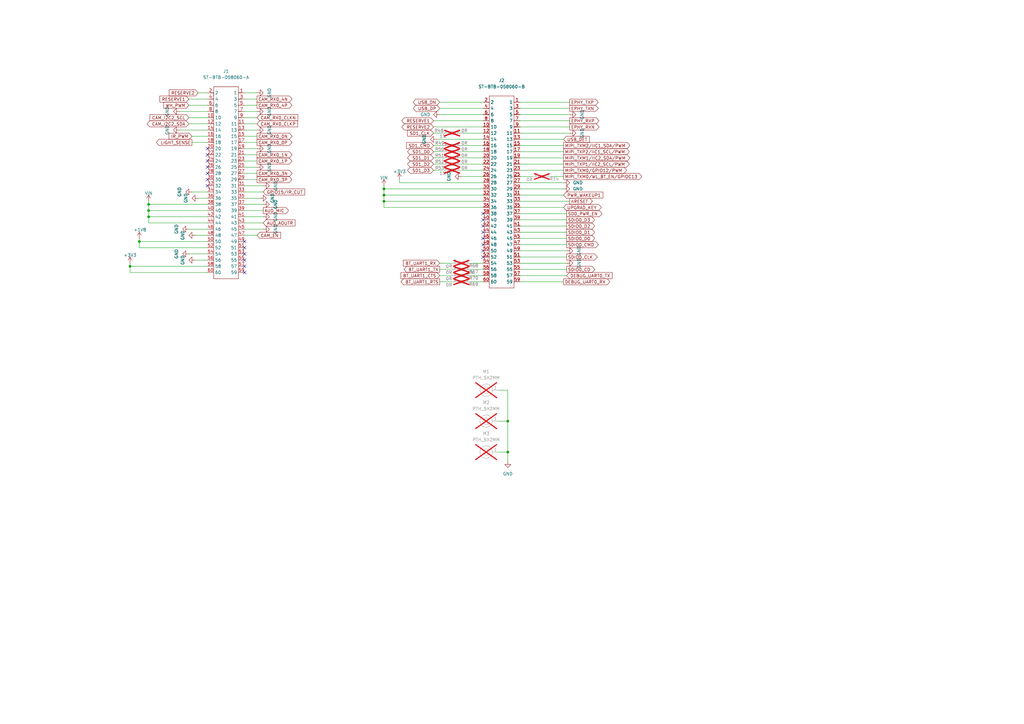
<source format=kicad_sch>
(kicad_sch (version 20231120) (generator "eeschema") (generator_version "8.0")
  (paper "A3")
  (title_block (title "ReCamera Core") (date "2024-04-25") (rev "V1.0") (company "Vincent"))
  (lib_symbols
    (symbol "P & G:+1V8" (power) (pin_names (offset 0))
      (property "Value" "+1V8" (at 0 3.556 0))
      (symbol "+1V8_0_1"
        (polyline (pts (xy -0.762 1.27) (xy 0 2.54)))
        (polyline (pts (xy 0 0) (xy 0 2.54)))
        (polyline (pts (xy 0 2.54) (xy 0.762 1.27)))
      )
      (symbol "+1V8_1_1"
        (pin power_in line (at 0 0 90) (length 0) hide (name "+1V8") (number "1"))
      )
    )
    (symbol "P & G:+3V3" (power) (pin_names (offset 0))
      (property "Value" "+3V3" (at 0 3.556 0))
      (symbol "+3V3_0_1"
        (polyline (pts (xy -0.762 1.27) (xy 0 2.54)))
        (polyline (pts (xy 0 0) (xy 0 2.54)))
        (polyline (pts (xy 0 2.54) (xy 0.762 1.27)))
      )
      (symbol "+3V3_1_1"
        (pin power_in line (at 0 0 90) (length 0) hide (name "+3V3") (number "1"))
      )
    )
    (symbol "P & G:+5V" (power) (pin_names (offset 0))
      (property "Value" "+5V" (at 0 3.556 0))
      (symbol "+5V_0_1"
        (polyline (pts (xy -0.762 1.27) (xy 0 2.54)))
        (polyline (pts (xy 0 0) (xy 0 2.54)))
        (polyline (pts (xy 0 2.54) (xy 0.762 1.27)))
      )
      (symbol "+5V_1_1"
        (pin power_in line (at 0 0 90) (length 0) hide (name "+5V") (number "1"))
      )
    )
    (symbol "P & G:GND" (power) (pin_names (offset 0))
      (property "Value" "GND" (at 0 -3.81 0))
      (symbol "GND_0_1"
        (polyline (pts (xy 0 0) (xy 0 -1.27) (xy 1.27 -1.27) (xy 0 -2.54) (xy -1.27 -1.27) (xy 0 -1.27)))
      )
      (symbol "GND_1_1"
        (pin power_in line (at 0 0 270) (length 0) hide (name "GND") (number "1"))
      )
    )
    (symbol "Seeed_libdb:Resistors/301010525" (pin_names (offset 1.016))
      (property "Reference" "R" (at -1.905 0.635 0))
      (property "Value" "0R" (at 0.635 0.635 0))
      (property "Power Rating" "1%" (at 0 0 0))
      (symbol "Resistors/301010525_0_0"
        (rectangle (start -1.27 -0.508) (end 1.27 0.508) (stroke (width 0.254)) (fill (type background)))
        (pin passive line (at -3.81 0 0) (length 2.54) (name "~") (number "1"))
        (pin passive line (at 3.81 0 180) (length 2.54) (name "~") (number "2"))
      )
    )
    (symbol "libdb:Connector/320210641"
      (property "Reference" "J" (at -4.826 42.164 0))
      (property "Value" "ST-BTB-058060-A" (at -2.794 40.386 0))
      (symbol "Connector/320210641_1_0"
        (polyline (pts (xy -5.08 -39.37) (xy -5.08 -2.54)) (stroke (width 0.1524)))
        (polyline (pts (xy -5.08 -2.54) (xy -5.08 1.27)) (stroke (width 0.1524)))
        (polyline (pts (xy -5.08 1.27) (xy -5.08 3.81)) (stroke (width 0.1524)))
        (polyline (pts (xy -5.08 3.81) (xy -5.08 6.35)) (stroke (width 0.1524)))
        (polyline (pts (xy -5.08 6.35) (xy -5.08 8.89)) (stroke (width 0.1524)))
        (polyline (pts (xy -5.08 8.89) (xy -6.35 8.89)) (stroke (width 0.1524)))
        (polyline (pts (xy -5.08 8.89) (xy -5.08 11.43)) (stroke (width 0.1524)))
        (polyline (pts (xy -5.08 11.43) (xy -6.35 11.43)) (stroke (width 0.1524)))
        (polyline (pts (xy -5.08 11.43) (xy -5.08 13.97)) (stroke (width 0.1524)))
        (polyline (pts (xy -5.08 13.97) (xy -5.08 16.51)) (stroke (width 0.1524)))
        (polyline (pts (xy -5.08 16.51) (xy -6.35 16.51)) (stroke (width 0.1524)))
        (polyline (pts (xy -5.08 16.51) (xy -5.08 19.05)) (stroke (width 0.1524)))
        (polyline (pts (xy -5.08 19.05) (xy -6.35 19.05)) (stroke (width 0.1524)))
        (polyline (pts (xy -5.08 19.05) (xy -5.08 21.59)) (stroke (width 0.1524)))
        (polyline (pts (xy -5.08 21.59) (xy -6.35 21.59)) (stroke (width 0.1524)))
        (polyline (pts (xy -5.08 21.59) (xy -5.08 24.13)) (stroke (width 0.1524)))
        (polyline (pts (xy -5.08 24.13) (xy -6.35 24.13)) (stroke (width 0.1524)))
        (polyline (pts (xy -5.08 24.13) (xy -5.08 26.67)) (stroke (width 0.1524)))
        (polyline (pts (xy -5.08 26.67) (xy -6.35 26.67)) (stroke (width 0.1524)))
        (polyline (pts (xy -5.08 26.67) (xy -5.08 29.21)) (stroke (width 0.1524)))
        (polyline (pts (xy -5.08 29.21) (xy -6.35 29.21)) (stroke (width 0.1524)))
        (polyline (pts (xy -5.08 29.21) (xy -5.08 31.75)) (stroke (width 0.1524)))
        (polyline (pts (xy -5.08 31.75) (xy -6.35 31.75)) (stroke (width 0.1524)))
        (polyline (pts (xy -5.08 31.75) (xy -5.08 34.29)) (stroke (width 0.1524)))
        (polyline (pts (xy -5.08 34.29) (xy -6.35 34.29)) (stroke (width 0.1524)))
        (polyline (pts (xy -5.08 34.29) (xy -5.08 36.83)) (stroke (width 0.1524)))
        (polyline (pts (xy -5.08 35.56) (xy -5.08 39.37)) (stroke (width 0.1524)))
        (polyline (pts (xy -5.08 36.83) (xy -6.35 36.83)) (stroke (width 0.1524)))
        (polyline (pts (xy -5.08 39.37) (xy 5.08 39.37)) (stroke (width 0.1524)))
        (polyline (pts (xy -5.08 40.64) (xy -5.08 40.64)) (stroke (width 0.1524)))
        (polyline (pts (xy 5.08 -39.37) (xy -5.08 -39.37)) (stroke (width 0.1524)))
        (polyline (pts (xy 5.08 -2.54) (xy 5.08 -39.37)) (stroke (width 0.1524)))
        (polyline (pts (xy 5.08 1.27) (xy 5.08 -2.54)) (stroke (width 0.1524)))
        (polyline (pts (xy 5.08 3.81) (xy 5.08 1.27)) (stroke (width 0.1524)))
        (polyline (pts (xy 5.08 6.35) (xy 5.08 3.81)) (stroke (width 0.1524)))
        (polyline (pts (xy 5.08 8.89) (xy 5.08 6.35)) (stroke (width 0.1524)))
        (polyline (pts (xy 5.08 11.43) (xy 5.08 8.89)) (stroke (width 0.1524)))
        (polyline (pts (xy 5.08 13.97) (xy 5.08 11.43)) (stroke (width 0.1524)))
        (polyline (pts (xy 5.08 16.51) (xy 5.08 13.97)) (stroke (width 0.1524)))
        (polyline (pts (xy 5.08 19.05) (xy 5.08 16.51)) (stroke (width 0.1524)))
        (polyline (pts (xy 5.08 21.59) (xy 5.08 19.05)) (stroke (width 0.1524)))
        (polyline (pts (xy 5.08 24.13) (xy 5.08 21.59)) (stroke (width 0.1524)))
        (polyline (pts (xy 5.08 26.67) (xy 5.08 24.13)) (stroke (width 0.1524)))
        (polyline (pts (xy 5.08 29.21) (xy 5.08 26.67)) (stroke (width 0.1524)))
        (polyline (pts (xy 5.08 31.75) (xy 5.08 29.21)) (stroke (width 0.1524)))
        (polyline (pts (xy 5.08 34.29) (xy 5.08 31.75)) (stroke (width 0.1524)))
        (polyline (pts (xy 5.08 36.83) (xy 5.08 34.29)) (stroke (width 0.1524)))
        (polyline (pts (xy 5.08 39.37) (xy 5.08 36.83)) (stroke (width 0.1524)))
        (polyline (pts (xy 5.08 40.64) (xy 5.08 40.64)) (stroke (width 0.1524)))
        (polyline (pts (xy 6.35 1.27) (xy 5.08 1.27)) (stroke (width 0.1524)))
        (polyline (pts (xy 6.35 3.81) (xy 5.08 3.81)) (stroke (width 0.1524)))
        (polyline (pts (xy 6.35 6.35) (xy 5.08 6.35)) (stroke (width 0.1524)))
        (polyline (pts (xy 6.35 8.89) (xy 5.08 8.89)) (stroke (width 0.1524)))
        (polyline (pts (xy 6.35 11.43) (xy 5.08 11.43)) (stroke (width 0.1524)))
        (polyline (pts (xy 6.35 13.97) (xy 5.08 13.97)) (stroke (width 0.1524)))
        (polyline (pts (xy 6.35 16.51) (xy 5.08 16.51)) (stroke (width 0.1524)))
        (polyline (pts (xy 6.35 19.05) (xy 5.08 19.05)) (stroke (width 0.1524)))
        (polyline (pts (xy 6.35 21.59) (xy 5.08 21.59)) (stroke (width 0.1524)))
        (polyline (pts (xy 6.35 24.13) (xy 5.08 24.13)) (stroke (width 0.1524)))
        (polyline (pts (xy 6.35 26.67) (xy 5.08 26.67)) (stroke (width 0.1524)))
        (polyline (pts (xy 6.35 29.21) (xy 5.08 29.21)) (stroke (width 0.1524)))
        (polyline (pts (xy 6.35 31.75) (xy 5.08 31.75)) (stroke (width 0.1524)))
        (polyline (pts (xy 6.35 34.29) (xy 5.08 34.29)) (stroke (width 0.1524)))
        (polyline (pts (xy 6.35 36.83) (xy 5.08 36.83)) (stroke (width 0.1524)))
        (pin passive line (at 7.62 -26.67 180) (length 2.54) (name "51") (number "51"))
        (pin passive line (at -7.62 -26.67 0) (length 2.54) (name "52") (number "52"))
        (pin passive line (at 7.62 -29.21 180) (length 2.54) (name "53") (number "53"))
        (pin passive line (at -7.62 -29.21 0) (length 2.54) (name "54") (number "54"))
        (pin passive line (at 7.62 -31.75 180) (length 2.54) (name "55") (number "55"))
        (pin passive line (at -7.62 -31.75 0) (length 2.54) (name "56") (number "56"))
        (pin passive line (at 7.62 -34.29 180) (length 2.54) (name "57") (number "57"))
        (pin passive line (at -7.62 -34.29 0) (length 2.54) (name "58") (number "58"))
        (pin passive line (at 7.62 -36.83 180) (length 2.54) (name "59") (number "59"))
        (pin passive line (at -7.62 -36.83 0) (length 2.54) (name "60") (number "60"))
      )
      (symbol "Connector/320210641_1_1"
        (pin passive line (at 7.62 36.83 180) (length 2.54) (name "1") (number "1"))
        (pin passive line (at -7.62 26.67 0) (length 2.54) (name "10") (number "10"))
        (pin passive line (at 7.62 24.13 180) (length 2.54) (name "11") (number "11"))
        (pin passive line (at -7.62 24.13 0) (length 2.54) (name "12") (number "12"))
        (pin passive line (at 7.62 21.59 180) (length 2.54) (name "13") (number "13"))
        (pin passive line (at -7.62 21.59 0) (length 2.54) (name "14") (number "14"))
        (pin passive line (at 7.62 19.05 180) (length 2.54) (name "15") (number "15"))
        (pin passive line (at -7.62 19.05 0) (length 2.54) (name "16") (number "16"))
        (pin passive line (at 7.62 16.51 180) (length 2.54) (name "17") (number "17"))
        (pin passive line (at -7.62 16.51 0) (length 2.54) (name "18") (number "18"))
        (pin passive line (at 7.62 13.97 180) (length 2.54) (name "19") (number "19"))
        (pin passive line (at -7.62 36.83 0) (length 2.54) (name "2") (number "2"))
        (pin passive line (at -7.62 13.97 0) (length 2.54) (name "20") (number "20"))
        (pin passive line (at 7.62 11.43 180) (length 2.54) (name "21") (number "21"))
        (pin passive line (at -7.62 11.43 0) (length 2.54) (name "22") (number "22"))
        (pin passive line (at 7.62 8.89 180) (length 2.54) (name "23") (number "23"))
        (pin passive line (at -7.62 8.89 0) (length 2.54) (name "24") (number "24"))
        (pin passive line (at 7.62 6.35 180) (length 2.54) (name "25") (number "25"))
        (pin passive line (at -7.62 6.35 0) (length 2.54) (name "26") (number "26"))
        (pin passive line (at 7.62 3.81 180) (length 2.54) (name "27") (number "27"))
        (pin passive line (at -7.62 3.81 0) (length 2.54) (name "28") (number "28"))
        (pin passive line (at 7.62 1.27 180) (length 2.54) (name "29") (number "29"))
        (pin passive line (at 7.62 34.29 180) (length 2.54) (name "3") (number "3"))
        (pin passive line (at -7.62 1.27 0) (length 2.54) (name "30") (number "30"))
        (pin passive line (at 7.62 -1.27 180) (length 2.54) (name "31") (number "31"))
        (pin passive line (at -7.62 -1.27 0) (length 2.54) (name "32") (number "32"))
        (pin passive line (at 7.62 -3.81 180) (length 2.54) (name "33") (number "33"))
        (pin passive line (at -7.62 -3.81 0) (length 2.54) (name "34") (number "34"))
        (pin passive line (at 7.62 -6.35 180) (length 2.54) (name "35") (number "35"))
        (pin passive line (at -7.62 -6.35 0) (length 2.54) (name "36") (number "36"))
        (pin passive line (at 7.62 -8.89 180) (length 2.54) (name "37") (number "37"))
        (pin passive line (at -7.62 -8.89 0) (length 2.54) (name "38") (number "38"))
        (pin passive line (at 7.62 -11.43 180) (length 2.54) (name "39") (number "39"))
        (pin passive line (at -7.62 34.29 0) (length 2.54) (name "4") (number "4"))
        (pin passive line (at -7.62 -11.43 0) (length 2.54) (name "40") (number "40"))
        (pin passive line (at 7.62 -13.97 180) (length 2.54) (name "41") (number "41"))
        (pin passive line (at -7.62 -13.97 0) (length 2.54) (name "42") (number "42"))
        (pin passive line (at 7.62 -16.51 180) (length 2.54) (name "43") (number "43"))
        (pin passive line (at -7.62 -16.51 0) (length 2.54) (name "44") (number "44"))
        (pin passive line (at 7.62 -19.05 180) (length 2.54) (name "45") (number "45"))
        (pin passive line (at -7.62 -19.05 0) (length 2.54) (name "46") (number "46"))
        (pin passive line (at 7.62 -21.59 180) (length 2.54) (name "47") (number "47"))
        (pin passive line (at -7.62 -21.59 0) (length 2.54) (name "48") (number "48"))
        (pin passive line (at 7.62 -24.13 180) (length 2.54) (name "49") (number "49"))
        (pin passive line (at 7.62 31.75 180) (length 2.54) (name "5") (number "5"))
        (pin passive line (at -7.62 -24.13 0) (length 2.54) (name "50") (number "50"))
        (pin passive line (at -7.62 31.75 0) (length 2.54) (name "6") (number "6"))
        (pin passive line (at 7.62 29.21 180) (length 2.54) (name "7") (number "7"))
        (pin passive line (at -7.62 29.21 0) (length 2.54) (name "8") (number "8"))
        (pin passive line (at 7.62 26.67 180) (length 2.54) (name "9") (number "9"))
      )
    )
    (symbol "libdb:Connector/320210642"
      (property "Reference" "J" (at -4.826 42.164 0))
      (property "Value" "ST-BTB-058060-B" (at -2.794 40.386 0))
      (symbol "Connector/320210642_1_0"
        (polyline (pts (xy -5.08 -39.37) (xy -5.08 -2.54)) (stroke (width 0.1524)))
        (polyline (pts (xy -5.08 -2.54) (xy -5.08 1.27)) (stroke (width 0.1524)))
        (polyline (pts (xy -5.08 1.27) (xy -5.08 3.81)) (stroke (width 0.1524)))
        (polyline (pts (xy -5.08 3.81) (xy -5.08 6.35)) (stroke (width 0.1524)))
        (polyline (pts (xy -5.08 6.35) (xy -5.08 8.89)) (stroke (width 0.1524)))
        (polyline (pts (xy -5.08 8.89) (xy -6.35 8.89)) (stroke (width 0.1524)))
        (polyline (pts (xy -5.08 8.89) (xy -5.08 11.43)) (stroke (width 0.1524)))
        (polyline (pts (xy -5.08 11.43) (xy -6.35 11.43)) (stroke (width 0.1524)))
        (polyline (pts (xy -5.08 11.43) (xy -5.08 13.97)) (stroke (width 0.1524)))
        (polyline (pts (xy -5.08 13.97) (xy -5.08 16.51)) (stroke (width 0.1524)))
        (polyline (pts (xy -5.08 16.51) (xy -6.35 16.51)) (stroke (width 0.1524)))
        (polyline (pts (xy -5.08 16.51) (xy -5.08 19.05)) (stroke (width 0.1524)))
        (polyline (pts (xy -5.08 19.05) (xy -6.35 19.05)) (stroke (width 0.1524)))
        (polyline (pts (xy -5.08 19.05) (xy -5.08 21.59)) (stroke (width 0.1524)))
        (polyline (pts (xy -5.08 21.59) (xy -6.35 21.59)) (stroke (width 0.1524)))
        (polyline (pts (xy -5.08 21.59) (xy -5.08 24.13)) (stroke (width 0.1524)))
        (polyline (pts (xy -5.08 24.13) (xy -6.35 24.13)) (stroke (width 0.1524)))
        (polyline (pts (xy -5.08 24.13) (xy -5.08 26.67)) (stroke (width 0.1524)))
        (polyline (pts (xy -5.08 26.67) (xy -6.35 26.67)) (stroke (width 0.1524)))
        (polyline (pts (xy -5.08 26.67) (xy -5.08 29.21)) (stroke (width 0.1524)))
        (polyline (pts (xy -5.08 29.21) (xy -6.35 29.21)) (stroke (width 0.1524)))
        (polyline (pts (xy -5.08 29.21) (xy -5.08 31.75)) (stroke (width 0.1524)))
        (polyline (pts (xy -5.08 31.75) (xy -6.35 31.75)) (stroke (width 0.1524)))
        (polyline (pts (xy -5.08 31.75) (xy -5.08 34.29)) (stroke (width 0.1524)))
        (polyline (pts (xy -5.08 34.29) (xy -6.35 34.29)) (stroke (width 0.1524)))
        (polyline (pts (xy -5.08 34.29) (xy -5.08 36.83)) (stroke (width 0.1524)))
        (polyline (pts (xy -5.08 35.56) (xy -5.08 39.37)) (stroke (width 0.1524)))
        (polyline (pts (xy -5.08 36.83) (xy -6.35 36.83)) (stroke (width 0.1524)))
        (polyline (pts (xy -5.08 39.37) (xy 5.08 39.37)) (stroke (width 0.1524)))
        (polyline (pts (xy -5.08 40.64) (xy -5.08 40.64)) (stroke (width 0.1524)))
        (polyline (pts (xy 5.08 -39.37) (xy -5.08 -39.37)) (stroke (width 0.1524)))
        (polyline (pts (xy 5.08 -2.54) (xy 5.08 -39.37)) (stroke (width 0.1524)))
        (polyline (pts (xy 5.08 1.27) (xy 5.08 -2.54)) (stroke (width 0.1524)))
        (polyline (pts (xy 5.08 3.81) (xy 5.08 1.27)) (stroke (width 0.1524)))
        (polyline (pts (xy 5.08 6.35) (xy 5.08 3.81)) (stroke (width 0.1524)))
        (polyline (pts (xy 5.08 8.89) (xy 5.08 6.35)) (stroke (width 0.1524)))
        (polyline (pts (xy 5.08 11.43) (xy 5.08 8.89)) (stroke (width 0.1524)))
        (polyline (pts (xy 5.08 13.97) (xy 5.08 11.43)) (stroke (width 0.1524)))
        (polyline (pts (xy 5.08 16.51) (xy 5.08 13.97)) (stroke (width 0.1524)))
        (polyline (pts (xy 5.08 19.05) (xy 5.08 16.51)) (stroke (width 0.1524)))
        (polyline (pts (xy 5.08 21.59) (xy 5.08 19.05)) (stroke (width 0.1524)))
        (polyline (pts (xy 5.08 24.13) (xy 5.08 21.59)) (stroke (width 0.1524)))
        (polyline (pts (xy 5.08 26.67) (xy 5.08 24.13)) (stroke (width 0.1524)))
        (polyline (pts (xy 5.08 29.21) (xy 5.08 26.67)) (stroke (width 0.1524)))
        (polyline (pts (xy 5.08 31.75) (xy 5.08 29.21)) (stroke (width 0.1524)))
        (polyline (pts (xy 5.08 34.29) (xy 5.08 31.75)) (stroke (width 0.1524)))
        (polyline (pts (xy 5.08 36.83) (xy 5.08 34.29)) (stroke (width 0.1524)))
        (polyline (pts (xy 5.08 39.37) (xy 5.08 36.83)) (stroke (width 0.1524)))
        (polyline (pts (xy 5.08 40.64) (xy 5.08 40.64)) (stroke (width 0.1524)))
        (polyline (pts (xy 6.35 1.27) (xy 5.08 1.27)) (stroke (width 0.1524)))
        (polyline (pts (xy 6.35 3.81) (xy 5.08 3.81)) (stroke (width 0.1524)))
        (polyline (pts (xy 6.35 6.35) (xy 5.08 6.35)) (stroke (width 0.1524)))
        (polyline (pts (xy 6.35 8.89) (xy 5.08 8.89)) (stroke (width 0.1524)))
        (polyline (pts (xy 6.35 11.43) (xy 5.08 11.43)) (stroke (width 0.1524)))
        (polyline (pts (xy 6.35 13.97) (xy 5.08 13.97)) (stroke (width 0.1524)))
        (polyline (pts (xy 6.35 16.51) (xy 5.08 16.51)) (stroke (width 0.1524)))
        (polyline (pts (xy 6.35 19.05) (xy 5.08 19.05)) (stroke (width 0.1524)))
        (polyline (pts (xy 6.35 21.59) (xy 5.08 21.59)) (stroke (width 0.1524)))
        (polyline (pts (xy 6.35 24.13) (xy 5.08 24.13)) (stroke (width 0.1524)))
        (polyline (pts (xy 6.35 26.67) (xy 5.08 26.67)) (stroke (width 0.1524)))
        (polyline (pts (xy 6.35 29.21) (xy 5.08 29.21)) (stroke (width 0.1524)))
        (polyline (pts (xy 6.35 31.75) (xy 5.08 31.75)) (stroke (width 0.1524)))
        (polyline (pts (xy 6.35 34.29) (xy 5.08 34.29)) (stroke (width 0.1524)))
        (polyline (pts (xy 6.35 36.83) (xy 5.08 36.83)) (stroke (width 0.1524)))
        (pin passive line (at 7.62 -26.67 180) (length 2.54) (name "51") (number "51"))
        (pin passive line (at -7.62 -26.67 0) (length 2.54) (name "52") (number "52"))
        (pin passive line (at 7.62 -29.21 180) (length 2.54) (name "53") (number "53"))
        (pin passive line (at -7.62 -29.21 0) (length 2.54) (name "54") (number "54"))
        (pin passive line (at 7.62 -31.75 180) (length 2.54) (name "55") (number "55"))
        (pin passive line (at -7.62 -31.75 0) (length 2.54) (name "56") (number "56"))
        (pin passive line (at 7.62 -34.29 180) (length 2.54) (name "57") (number "57"))
        (pin passive line (at -7.62 -34.29 0) (length 2.54) (name "58") (number "58"))
        (pin passive line (at 7.62 -36.83 180) (length 2.54) (name "59") (number "59"))
        (pin passive line (at -7.62 -36.83 0) (length 2.54) (name "60") (number "60"))
      )
      (symbol "Connector/320210642_1_1"
        (pin passive line (at 7.62 36.83 180) (length 2.54) (name "1") (number "1"))
        (pin passive line (at -7.62 26.67 0) (length 2.54) (name "10") (number "10"))
        (pin passive line (at 7.62 24.13 180) (length 2.54) (name "11") (number "11"))
        (pin passive line (at -7.62 24.13 0) (length 2.54) (name "12") (number "12"))
        (pin passive line (at 7.62 21.59 180) (length 2.54) (name "13") (number "13"))
        (pin passive line (at -7.62 21.59 0) (length 2.54) (name "14") (number "14"))
        (pin passive line (at 7.62 19.05 180) (length 2.54) (name "15") (number "15"))
        (pin passive line (at -7.62 19.05 0) (length 2.54) (name "16") (number "16"))
        (pin passive line (at 7.62 16.51 180) (length 2.54) (name "17") (number "17"))
        (pin passive line (at -7.62 16.51 0) (length 2.54) (name "18") (number "18"))
        (pin passive line (at 7.62 13.97 180) (length 2.54) (name "19") (number "19"))
        (pin passive line (at -7.62 36.83 0) (length 2.54) (name "2") (number "2"))
        (pin passive line (at -7.62 13.97 0) (length 2.54) (name "20") (number "20"))
        (pin passive line (at 7.62 11.43 180) (length 2.54) (name "21") (number "21"))
        (pin passive line (at -7.62 11.43 0) (length 2.54) (name "22") (number "22"))
        (pin passive line (at 7.62 8.89 180) (length 2.54) (name "23") (number "23"))
        (pin passive line (at -7.62 8.89 0) (length 2.54) (name "24") (number "24"))
        (pin passive line (at 7.62 6.35 180) (length 2.54) (name "25") (number "25"))
        (pin passive line (at -7.62 6.35 0) (length 2.54) (name "26") (number "26"))
        (pin passive line (at 7.62 3.81 180) (length 2.54) (name "27") (number "27"))
        (pin passive line (at -7.62 3.81 0) (length 2.54) (name "28") (number "28"))
        (pin passive line (at 7.62 1.27 180) (length 2.54) (name "29") (number "29"))
        (pin passive line (at 7.62 34.29 180) (length 2.54) (name "3") (number "3"))
        (pin passive line (at -7.62 1.27 0) (length 2.54) (name "30") (number "30"))
        (pin passive line (at 7.62 -1.27 180) (length 2.54) (name "31") (number "31"))
        (pin passive line (at -7.62 -1.27 0) (length 2.54) (name "32") (number "32"))
        (pin passive line (at 7.62 -3.81 180) (length 2.54) (name "33") (number "33"))
        (pin passive line (at -7.62 -3.81 0) (length 2.54) (name "34") (number "34"))
        (pin passive line (at 7.62 -6.35 180) (length 2.54) (name "35") (number "35"))
        (pin passive line (at -7.62 -6.35 0) (length 2.54) (name "36") (number "36"))
        (pin passive line (at 7.62 -8.89 180) (length 2.54) (name "37") (number "37"))
        (pin passive line (at -7.62 -8.89 0) (length 2.54) (name "38") (number "38"))
        (pin passive line (at 7.62 -11.43 180) (length 2.54) (name "39") (number "39"))
        (pin passive line (at -7.62 34.29 0) (length 2.54) (name "4") (number "4"))
        (pin passive line (at -7.62 -11.43 0) (length 2.54) (name "40") (number "40"))
        (pin passive line (at 7.62 -13.97 180) (length 2.54) (name "41") (number "41"))
        (pin passive line (at -7.62 -13.97 0) (length 2.54) (name "42") (number "42"))
        (pin passive line (at 7.62 -16.51 180) (length 2.54) (name "43") (number "43"))
        (pin passive line (at -7.62 -16.51 0) (length 2.54) (name "44") (number "44"))
        (pin passive line (at 7.62 -19.05 180) (length 2.54) (name "45") (number "45"))
        (pin passive line (at -7.62 -19.05 0) (length 2.54) (name "46") (number "46"))
        (pin passive line (at 7.62 -21.59 180) (length 2.54) (name "47") (number "47"))
        (pin passive line (at -7.62 -21.59 0) (length 2.54) (name "48") (number "48"))
        (pin passive line (at 7.62 -24.13 180) (length 2.54) (name "49") (number "49"))
        (pin passive line (at 7.62 31.75 180) (length 2.54) (name "5") (number "5"))
        (pin passive line (at -7.62 -24.13 0) (length 2.54) (name "50") (number "50"))
        (pin passive line (at -7.62 31.75 0) (length 2.54) (name "6") (number "6"))
        (pin passive line (at 7.62 29.21 180) (length 2.54) (name "7") (number "7"))
        (pin passive line (at -7.62 29.21 0) (length 2.54) (name "8") (number "8"))
        (pin passive line (at 7.62 26.67 180) (length 2.54) (name "9") (number "9"))
      )
    )
    (symbol "libdb:Connector/PTH" (pin_names hide)
      (property "Reference" "M" (at -0.508 6.096 0))
      (property "Value" "PTH_5X2MM" (at 0 4.064 0))
      (symbol "Connector/PTH_0_1"
        (circle (center 0 0) (radius 1.27))
        (circle (center 0 0) (radius 2.54))
      )
      (symbol "Connector/PTH_1_1"
        (pin passive line (at 5.08 0 180) (length 2.54) (name "1") (number "1"))
      )
    )
  )
  (junction (at 157.48 82.55))
  (junction (at 208.28 185.42))
  (junction (at 157.48 80.01))
  (junction (at 208.28 172.72))
  (junction (at 60.96 88.9))
  (junction (at 60.96 86.36))
  (junction (at 53.34 109.22))
  (junction (at 57.15 99.06))
  (junction (at 157.48 77.47))
  (junction (at 60.96 83.82))
  (no_connect (at 85.09 73.66))
  (no_connect (at 198.12 92.71))
  (no_connect (at 85.09 71.12))
  (no_connect (at 100.33 106.68))
  (no_connect (at 85.09 63.5))
  (no_connect (at 100.33 101.6))
  (no_connect (at 198.12 105.41))
  (no_connect (at 198.12 100.33))
  (no_connect (at 100.33 104.14))
  (no_connect (at 85.09 60.96))
  (no_connect (at 198.12 97.79))
  (no_connect (at 85.09 76.2))
  (no_connect (at 198.12 90.17))
  (no_connect (at 100.33 109.22))
  (no_connect (at 198.12 102.87))
  (no_connect (at 85.09 66.04))
  (no_connect (at 100.33 99.06))
  (no_connect (at 85.09 68.58))
  (no_connect (at 100.33 111.76))
  (no_connect (at 198.12 95.25))
  (no_connect (at 198.12 87.63))
  (wire (pts (xy 189.23 59.69) (xy 198.12 59.69)))
  (wire (pts (xy 189.23 54.61) (xy 198.12 54.61)))
  (wire (pts (xy 77.47 43.18) (xy 85.09 43.18)))
  (wire (pts (xy 105.41 53.34) (xy 100.33 53.34)))
  (wire (pts (xy 80.01 96.52) (xy 85.09 96.52)))
  (wire (pts (xy 57.15 99.06) (xy 57.15 101.6)))
  (wire (pts (xy 198.12 113.03) (xy 193.04 113.03)))
  (wire (pts (xy 185.42 115.57) (xy 180.34 115.57)))
  (wire (pts (xy 60.96 83.82) (xy 60.96 86.36)))
  (wire (pts (xy 177.8 52.07) (xy 198.12 52.07)))
  (wire (pts (xy 81.28 38.1) (xy 85.09 38.1)))
  (wire (pts (xy 107.95 88.9) (xy 100.33 88.9)))
  (wire (pts (xy 57.15 101.6) (xy 85.09 101.6)))
  (wire (pts (xy 177.8 67.31) (xy 181.61 67.31)))
  (wire (pts (xy 107.95 93.98) (xy 100.33 93.98)))
  (wire (pts (xy 208.28 172.72) (xy 208.28 185.42)))
  (wire (pts (xy 213.36 69.85) (xy 231.14 69.85)))
  (wire (pts (xy 232.41 95.25) (xy 213.36 95.25)))
  (wire (pts (xy 233.68 49.53) (xy 213.36 49.53)))
  (wire (pts (xy 198.12 110.49) (xy 193.04 110.49)))
  (wire (pts (xy 78.74 55.88) (xy 85.09 55.88)))
  (wire (pts (xy 157.48 77.47) (xy 198.12 77.47)))
  (wire (pts (xy 73.66 45.72) (xy 85.09 45.72)))
  (wire (pts (xy 177.8 69.85) (xy 181.61 69.85)))
  (wire (pts (xy 213.36 113.03) (xy 232.41 113.03)))
  (wire (pts (xy 78.74 58.42) (xy 85.09 58.42)))
  (wire (pts (xy 232.41 97.79) (xy 213.36 97.79)))
  (wire (pts (xy 185.42 107.95) (xy 180.34 107.95)))
  (wire (pts (xy 189.23 64.77) (xy 198.12 64.77)))
  (wire (pts (xy 231.14 62.23) (xy 213.36 62.23)))
  (wire (pts (xy 157.48 77.47) (xy 157.48 80.01)))
  (wire (pts (xy 105.41 71.12) (xy 100.33 71.12)))
  (wire (pts (xy 231.14 80.01) (xy 213.36 80.01)))
  (wire (pts (xy 233.68 46.99) (xy 213.36 46.99)))
  (wire (pts (xy 233.68 82.55) (xy 213.36 82.55)))
  (wire (pts (xy 177.8 64.77) (xy 181.61 64.77)))
  (wire (pts (xy 177.8 59.69) (xy 181.61 59.69)))
  (wire (pts (xy 157.48 76.2) (xy 157.48 77.47)))
  (wire (pts (xy 105.41 58.42) (xy 100.33 58.42)))
  (wire (pts (xy 177.8 54.61) (xy 181.61 54.61)))
  (wire (pts (xy 232.41 107.95) (xy 213.36 107.95)))
  (wire (pts (xy 53.34 107.95) (xy 53.34 109.22)))
  (wire (pts (xy 60.96 83.82) (xy 85.09 83.82)))
  (wire (pts (xy 73.66 53.34) (xy 85.09 53.34)))
  (wire (pts (xy 105.41 48.26) (xy 100.33 48.26)))
  (wire (pts (xy 198.12 107.95) (xy 193.04 107.95)))
  (wire (pts (xy 157.48 80.01) (xy 157.48 82.55)))
  (wire (pts (xy 60.96 91.44) (xy 85.09 91.44)))
  (wire (pts (xy 105.41 43.18) (xy 100.33 43.18)))
  (wire (pts (xy 232.41 92.71) (xy 213.36 92.71)))
  (wire (pts (xy 105.41 38.1) (xy 100.33 38.1)))
  (wire (pts (xy 157.48 85.09) (xy 198.12 85.09)))
  (wire (pts (xy 107.95 76.2) (xy 100.33 76.2)))
  (wire (pts (xy 232.41 90.17) (xy 213.36 90.17)))
  (wire (pts (xy 189.23 72.39) (xy 198.12 72.39)))
  (wire (pts (xy 204.47 172.72) (xy 208.28 172.72)))
  (wire (pts (xy 231.14 67.31) (xy 213.36 67.31)))
  (wire (pts (xy 232.41 87.63) (xy 213.36 87.63)))
  (wire (pts (xy 208.28 160.02) (xy 208.28 172.72)))
  (wire (pts (xy 231.14 57.15) (xy 213.36 57.15)))
  (wire (pts (xy 77.47 104.14) (xy 85.09 104.14)))
  (wire (pts (xy 189.23 69.85) (xy 198.12 69.85)))
  (wire (pts (xy 163.83 73.66) (xy 163.83 74.93)))
  (wire (pts (xy 105.41 73.66) (xy 100.33 73.66)))
  (wire (pts (xy 105.41 68.58) (xy 100.33 68.58)))
  (wire (pts (xy 80.01 106.68) (xy 85.09 106.68)))
  (wire (pts (xy 105.41 40.64) (xy 100.33 40.64)))
  (wire (pts (xy 185.42 110.49) (xy 180.34 110.49)))
  (wire (pts (xy 53.34 109.22) (xy 53.34 111.76)))
  (wire (pts (xy 57.15 97.79) (xy 57.15 99.06)))
  (wire (pts (xy 233.68 54.61) (xy 213.36 54.61)))
  (wire (pts (xy 77.47 50.8) (xy 85.09 50.8)))
  (wire (pts (xy 105.41 96.52) (xy 100.33 96.52)))
  (wire (pts (xy 107.95 91.44) (xy 100.33 91.44)))
  (wire (pts (xy 180.34 44.45) (xy 198.12 44.45)))
  (wire (pts (xy 231.14 85.09) (xy 213.36 85.09)))
  (wire (pts (xy 157.48 82.55) (xy 198.12 82.55)))
  (wire (pts (xy 105.41 60.96) (xy 100.33 60.96)))
  (wire (pts (xy 213.36 41.91) (xy 233.68 41.91)))
  (wire (pts (xy 232.41 100.33) (xy 213.36 100.33)))
  (wire (pts (xy 60.96 86.36) (xy 60.96 88.9)))
  (wire (pts (xy 105.41 66.04) (xy 100.33 66.04)))
  (wire (pts (xy 78.74 78.74) (xy 85.09 78.74)))
  (wire (pts (xy 105.41 55.88) (xy 100.33 55.88)))
  (wire (pts (xy 60.96 86.36) (xy 85.09 86.36)))
  (wire (pts (xy 53.34 109.22) (xy 85.09 109.22)))
  (wire (pts (xy 180.34 41.91) (xy 198.12 41.91)))
  (wire (pts (xy 204.47 185.42) (xy 208.28 185.42)))
  (wire (pts (xy 213.36 77.47) (xy 231.14 77.47)))
  (wire (pts (xy 100.33 81.28) (xy 106.68 81.28)))
  (wire (pts (xy 157.48 80.01) (xy 198.12 80.01)))
  (wire (pts (xy 213.36 72.39) (xy 218.44 72.39)))
  (wire (pts (xy 53.34 111.76) (xy 85.09 111.76)))
  (wire (pts (xy 204.47 160.02) (xy 208.28 160.02)))
  (wire (pts (xy 189.23 67.31) (xy 198.12 67.31)))
  (wire (pts (xy 105.41 50.8) (xy 100.33 50.8)))
  (wire (pts (xy 208.28 185.42) (xy 208.28 189.23)))
  (wire (pts (xy 232.41 105.41) (xy 213.36 105.41)))
  (wire (pts (xy 107.95 78.74) (xy 100.33 78.74)))
  (wire (pts (xy 213.36 74.93) (xy 231.14 74.93)))
  (wire (pts (xy 177.8 62.23) (xy 181.61 62.23)))
  (wire (pts (xy 231.14 59.69) (xy 213.36 59.69)))
  (wire (pts (xy 57.15 99.06) (xy 85.09 99.06)))
  (wire (pts (xy 233.68 44.45) (xy 213.36 44.45)))
  (wire (pts (xy 185.42 113.03) (xy 180.34 113.03)))
  (wire (pts (xy 189.23 62.23) (xy 198.12 62.23)))
  (wire (pts (xy 213.36 115.57) (xy 231.14 115.57)))
  (wire (pts (xy 163.83 74.93) (xy 198.12 74.93)))
  (wire (pts (xy 105.41 63.5) (xy 100.33 63.5)))
  (wire (pts (xy 226.06 72.39) (xy 231.14 72.39)))
  (wire (pts (xy 77.47 48.26) (xy 85.09 48.26)))
  (wire (pts (xy 81.28 81.28) (xy 85.09 81.28)))
  (wire (pts (xy 107.95 86.36) (xy 100.33 86.36)))
  (wire (pts (xy 213.36 52.07) (xy 233.68 52.07)))
  (wire (pts (xy 105.41 45.72) (xy 100.33 45.72)))
  (wire (pts (xy 198.12 115.57) (xy 193.04 115.57)))
  (wire (pts (xy 231.14 64.77) (xy 213.36 64.77)))
  (wire (pts (xy 179.07 57.15) (xy 198.12 57.15)))
  (wire (pts (xy 60.96 88.9) (xy 60.96 91.44)))
  (wire (pts (xy 60.96 88.9) (xy 85.09 88.9)))
  (wire (pts (xy 60.96 82.55) (xy 60.96 83.82)))
  (wire (pts (xy 232.41 102.87) (xy 213.36 102.87)))
  (wire (pts (xy 85.09 40.64) (xy 77.47 40.64)))
  (wire (pts (xy 157.48 82.55) (xy 157.48 85.09)))
  (wire (pts (xy 198.12 49.53) (xy 177.8 49.53)))
  (wire (pts (xy 77.47 93.98) (xy 85.09 93.98)))
  (wire (pts (xy 107.95 83.82) (xy 100.33 83.82)))
  (wire (pts (xy 180.34 46.99) (xy 198.12 46.99)))
  (wire (pts (xy 232.41 110.49) (xy 213.36 110.49)))
  (global_label "GPIO15{slash}IR_CUT" (shape input) (at 107.95 78.74 0) (property "Intersheetrefs" "${INTERSHEET_REFS}" (effects (hide yes))))
  (global_label "SDIO0_CD" (shape output) (at 232.41 110.49 0) (property "Intersheetrefs" "${INTERSHEET_REFS}" (effects (hide yes))))
  (global_label "CAM_RX0_4P" (shape output) (at 105.41 43.18 0) (property "Intersheetrefs" "${INTERSHEET_REFS}" (effects (hide yes))))
  (global_label "USB_DP" (shape bidirectional) (at 180.34 44.45 180) (property "Intersheetrefs" "${INTERSHEET_REFS}" (effects (hide yes))))
  (global_label "DEBUG_UART0_TX" (shape input) (at 232.41 113.03 0) (property "Intersheetrefs" "${INTERSHEET_REFS}" (effects (hide yes))))
  (global_label "SD1_CMD" (shape input) (at 177.8 59.69 180) (property "Intersheetrefs" "${INTERSHEET_REFS}" (effects (hide yes))))
  (global_label "USB_DET" (shape input) (at 231.14 57.15 0) (property "Intersheetrefs" "${INTERSHEET_REFS}" (effects (hide yes))))
  (global_label "AUD_MIC" (shape output) (at 107.95 86.36 0) (property "Intersheetrefs" "${INTERSHEET_REFS}" (effects (hide yes))))
  (global_label "EPHY_TXN" (shape output) (at 233.68 44.45 0) (property "Intersheetrefs" "${INTERSHEET_REFS}" (effects (hide yes))))
  (global_label "BT_UART1_CTS" (shape input) (at 180.34 113.03 180) (property "Intersheetrefs" "${INTERSHEET_REFS}" (effects (hide yes))))
  (global_label "MIPI_TXM2{slash}IIC1_SDA{slash}PWM" (shape output) (at 231.14 59.69 0) (property "Intersheetrefs" "${INTERSHEET_REFS}" (effects (hide yes))))
  (global_label "SD1_D3" (shape bidirectional) (at 177.8 69.85 180) (property "Intersheetrefs" "${INTERSHEET_REFS}" (effects (hide yes))))
  (global_label "CAM_RX0_4N" (shape output) (at 105.41 40.64 0) (property "Intersheetrefs" "${INTERSHEET_REFS}" (effects (hide yes))))
  (global_label "CAM_RX0_CLKN" (shape input) (at 105.41 48.26 0) (property "Intersheetrefs" "${INTERSHEET_REFS}" (effects (hide yes))))
  (global_label "PWR_WAKEUP1" (shape input) (at 231.14 80.01 0) (property "Intersheetrefs" "${INTERSHEET_REFS}" (effects (hide yes))))
  (global_label "CAM_EN" (shape input) (at 105.41 96.52 0) (property "Intersheetrefs" "${INTERSHEET_REFS}" (effects (hide yes))))
  (global_label "DEBUG_UART0_RX" (shape output) (at 231.14 115.57 0) (property "Intersheetrefs" "${INTERSHEET_REFS}" (effects (hide yes))))
  (global_label "CAM_RX0_CLKP" (shape input) (at 105.41 50.8 0) (property "Intersheetrefs" "${INTERSHEET_REFS}" (effects (hide yes))))
  (global_label "CAM_RX0_1N" (shape output) (at 105.41 63.5 0) (property "Intersheetrefs" "${INTERSHEET_REFS}" (effects (hide yes))))
  (global_label "UPGRAD_KEY" (shape bidirectional) (at 231.14 85.09 0) (property "Intersheetrefs" "${INTERSHEET_REFS}" (effects (hide yes))))
  (global_label "SDIO0_D2" (shape output) (at 232.41 92.71 0) (property "Intersheetrefs" "${INTERSHEET_REFS}" (effects (hide yes))))
  (global_label "CAM_RX0_3P" (shape output) (at 105.41 73.66 0) (property "Intersheetrefs" "${INTERSHEET_REFS}" (effects (hide yes))))
  (global_label "CAM_I2C2_SDA" (shape bidirectional) (at 77.47 50.8 180) (property "Intersheetrefs" "${INTERSHEET_REFS}" (effects (hide yes))))
  (global_label "CAM_RX0_0P" (shape output) (at 105.41 58.42 0) (property "Intersheetrefs" "${INTERSHEET_REFS}" (effects (hide yes))))
  (global_label "IR_PWM" (shape input) (at 78.74 55.88 180) (property "Intersheetrefs" "${INTERSHEET_REFS}" (effects (hide yes))))
  (global_label "MIPI_TXM0{slash}WL_BT_EN{slash}GPIOC13" (shape output) (at 231.14 72.39 0) (property "Intersheetrefs" "${INTERSHEET_REFS}" (effects (hide yes))))
  (global_label "SDIO0_CMD" (shape output) (at 232.41 100.33 0) (property "Intersheetrefs" "${INTERSHEET_REFS}" (effects (hide yes))))
  (global_label "LIGHT_SENSE" (shape output) (at 78.74 58.42 180) (property "Intersheetrefs" "${INTERSHEET_REFS}" (effects (hide yes))))
  (global_label "USB_DN" (shape bidirectional) (at 180.34 41.91 180) (property "Intersheetrefs" "${INTERSHEET_REFS}" (effects (hide yes))))
  (global_label "SDIO0_D0" (shape output) (at 232.41 97.79 0) (property "Intersheetrefs" "${INTERSHEET_REFS}" (effects (hide yes))))
  (global_label "MIPI_TXP2{slash}IIC1_SCL{slash}PWM" (shape output) (at 231.14 62.23 0) (property "Intersheetrefs" "${INTERSHEET_REFS}" (effects (hide yes))))
  (global_label "EPHY_RXN" (shape output) (at 233.68 52.07 0) (property "Intersheetrefs" "${INTERSHEET_REFS}" (effects (hide yes))))
  (global_label "SDIO0_D1" (shape output) (at 232.41 95.25 0) (property "Intersheetrefs" "${INTERSHEET_REFS}" (effects (hide yes))))
  (global_label "SD1_CLK" (shape input) (at 177.8 54.61 180) (property "Intersheetrefs" "${INTERSHEET_REFS}" (effects (hide yes))))
  (global_label "EPHY_TXP" (shape output) (at 233.68 41.91 0) (property "Intersheetrefs" "${INTERSHEET_REFS}" (effects (hide yes))))
  (global_label "BT_UART1_RTS" (shape output) (at 180.34 115.57 180) (property "Intersheetrefs" "${INTERSHEET_REFS}" (effects (hide yes))))
  (global_label "CAM_I2C2_SCL" (shape input) (at 77.47 48.26 180) (property "Intersheetrefs" "${INTERSHEET_REFS}" (effects (hide yes))))
  (global_label "WH_PWM" (shape input) (at 77.47 43.18 180) (property "Intersheetrefs" "${INTERSHEET_REFS}" (effects (hide yes))))
  (global_label "CAM_RX0_1P" (shape output) (at 105.41 66.04 0) (property "Intersheetrefs" "${INTERSHEET_REFS}" (effects (hide yes))))
  (global_label "RESERVE1" (shape bidirectional) (at 177.8 49.53 180) (property "Intersheetrefs" "${INTERSHEET_REFS}" (effects (hide yes))))
  (global_label "AUD_AOUTR" (shape input) (at 107.95 91.44 0) (property "Intersheetrefs" "${INTERSHEET_REFS}" (effects (hide yes))))
  (global_label "nRESET" (shape output) (at 233.68 82.55 0) (property "Intersheetrefs" "${INTERSHEET_REFS}" (effects (hide yes))))
  (global_label "SDIO0_CLK" (shape output) (at 232.41 105.41 0) (property "Intersheetrefs" "${INTERSHEET_REFS}" (effects (hide yes))))
  (global_label "CAM_RX0_3N" (shape output) (at 105.41 71.12 0) (property "Intersheetrefs" "${INTERSHEET_REFS}" (effects (hide yes))))
  (global_label "EPHY_RXP" (shape output) (at 233.68 49.53 0) (property "Intersheetrefs" "${INTERSHEET_REFS}" (effects (hide yes))))
  (global_label "MIPI_TXP1{slash}IIC2_SCL{slash}PWM" (shape output) (at 231.14 67.31 0) (property "Intersheetrefs" "${INTERSHEET_REFS}" (effects (hide yes))))
  (global_label "BT_UART1_RX" (shape input) (at 180.34 107.95 180) (property "Intersheetrefs" "${INTERSHEET_REFS}" (effects (hide yes))))
  (global_label "CAM_RX0_0N" (shape output) (at 105.41 55.88 0) (property "Intersheetrefs" "${INTERSHEET_REFS}" (effects (hide yes))))
  (global_label "RESERVE1" (shape input) (at 77.47 40.64 180) (property "Intersheetrefs" "${INTERSHEET_REFS}" (effects (hide yes))))
  (global_label "SDIO0_D3" (shape output) (at 232.41 90.17 0) (property "Intersheetrefs" "${INTERSHEET_REFS}" (effects (hide yes))))
  (global_label "SD1_D1" (shape bidirectional) (at 177.8 64.77 180) (property "Intersheetrefs" "${INTERSHEET_REFS}" (effects (hide yes))))
  (global_label "SD1_D2" (shape bidirectional) (at 177.8 67.31 180) (property "Intersheetrefs" "${INTERSHEET_REFS}" (effects (hide yes))))
  (global_label "SD0_PWR_EN" (shape output) (at 232.41 87.63 0) (property "Intersheetrefs" "${INTERSHEET_REFS}" (effects (hide yes))))
  (global_label "MIPI_TXM0{slash}GPIO12{slash}PWM" (shape output) (at 231.14 69.85 0) (property "Intersheetrefs" "${INTERSHEET_REFS}" (effects (hide yes))))
  (global_label "RESERVE2" (shape input) (at 81.28 38.1 180) (property "Intersheetrefs" "${INTERSHEET_REFS}" (effects (hide yes))))
  (global_label "BT_UART1_TX" (shape output) (at 180.34 110.49 180) (property "Intersheetrefs" "${INTERSHEET_REFS}" (effects (hide yes))))
  (global_label "MIPI_TXM1{slash}IIC2_SDA{slash}PWM" (shape output) (at 231.14 64.77 0) (property "Intersheetrefs" "${INTERSHEET_REFS}" (effects (hide yes))))
  (global_label "RESERVE2" (shape bidirectional) (at 177.8 52.07 180) (property "Intersheetrefs" "${INTERSHEET_REFS}" (effects (hide yes))))
  (global_label "SD1_D0" (shape bidirectional) (at 177.8 62.23 180) (property "Intersheetrefs" "${INTERSHEET_REFS}" (effects (hide yes))))
  (symbol (lib_id "P & G:GND") (at 189.23 72.39 270) (mirror x) (unit 1)
    (property "Reference" "#PWR098" (effects (hide yes)))
    (property "Value" "GND" (at 184.15 72.39 0))
  )
  (symbol (lib_id "P & G:GND") (at 233.68 54.61 90) (mirror x) (unit 1)
    (property "Reference" "#PWR0102" (effects (hide yes)))
    (property "Value" "GND" (at 238.76 54.61 0))
  )
  (symbol (lib_id "Seeed_libdb:Resistors/301010525") (at 189.23 115.57 180) (unit 1) (dnp yes)
    (property "Reference" "R69" (at 194.31 116.586 0))
    (property "Value" "0R" (at 184.15 116.84 0))
    (property "Footprint" "Resistor:R0201" (effects (hide yes)))
    (property "Manufacturer" "YAGEO" (effects (hide yes)))
    (property "MPN" "RC0201FR-070RL" (effects (hide yes)))
    (property "SKU" "301010525" (effects (hide yes)))
    (property "Resistance" "0R" (effects (hide yes)))
    (property "Part Type" "RES" (effects (hide yes)))
    (property "Power Rating" "1%" (effects (hide yes)))
    (property "Status" "BeagleBone AI TDA4VM" (effects (hide yes)))
    (property "Temperature" "-55°C to 125°C" (effects (hide yes)))
  )
  (symbol (lib_id "P & G:GND") (at 105.41 38.1 90) (mirror x) (unit 1)
    (property "Reference" "#PWR0145" (effects (hide yes)))
    (property "Value" "GND" (at 110.49 38.1 0))
  )
  (symbol (lib_id "Seeed_libdb:Resistors/301010525") (at 222.25 72.39 180) (unit 1) (dnp yes)
    (property "Reference" "R14" (at 227.33 73.406 0))
    (property "Value" "0R" (at 217.17 73.66 0))
    (property "Footprint" "Resistor:R0201" (effects (hide yes)))
    (property "Manufacturer" "YAGEO" (effects (hide yes)))
    (property "MPN" "RC0201FR-070RL" (effects (hide yes)))
    (property "SKU" "301010525" (effects (hide yes)))
    (property "Resistance" "0R" (effects (hide yes)))
    (property "Part Type" "RES" (effects (hide yes)))
    (property "Power Rating" "1%" (effects (hide yes)))
    (property "Status" "BeagleBone AI TDA4VM" (effects (hide yes)))
    (property "Temperature" "-55°C to 125°C" (effects (hide yes)))
  )
  (symbol (lib_id "P & G:+3V3") (at 53.34 107.95 0) (mirror y) (unit 1)
    (property "Reference" "#PWR0139" (effects (hide yes)))
    (property "Value" "+3V3" (at 53.34 104.648 0))
  )
  (symbol (lib_id "P & G:GND") (at 232.41 107.95 90) (mirror x) (unit 1)
    (property "Reference" "#PWR0143" (effects (hide yes)))
    (property "Value" "GND" (at 237.49 107.95 0))
  )
  (symbol (lib_id "P & G:+5V") (at 60.96 82.55 0) (mirror y) (unit 1)
    (property "Reference" "#PWR057" (effects (hide yes)))
    (property "Value" "VIN" (at 60.96 79.248 0))
  )
  (symbol (lib_id "P & G:GND") (at 231.14 74.93 90) (mirror x) (unit 1)
    (property "Reference" "#PWR050" (effects (hide yes)))
    (property "Value" "GND" (at 234.95 74.9299 90) (effects (justify right)))
  )
  (symbol (lib_id "P & G:GND") (at 81.28 81.28 270) (mirror x) (unit 1)
    (property "Reference" "#PWR0100" (effects (hide yes)))
    (property "Value" "GND" (at 76.2 81.28 0))
  )
  (symbol (lib_id "libdb:Connector/PTH") (at 199.39 172.72 0) (unit 1) (dnp yes)
    (property "Reference" "M2" (at 199.39 165.1 0))
    (property "Value" "PTH_5X2MM" (at 199.39 167.64 0))
    (property "Footprint" "Connector:PTH_5X2MM" (effects (hide yes)))
    (property "Description" "PTH_5X2MM" (effects (hide yes)))
    (property "SKU" "PTH" (effects (hide yes)))
    (property "Part Type" "PTH" (effects (hide yes)))
  )
  (symbol (lib_id "P & G:GND") (at 80.01 96.52 270) (mirror x) (unit 1)
    (property "Reference" "#PWR083" (effects (hide yes)))
    (property "Value" "GND" (at 74.93 96.52 0))
  )
  (symbol (lib_id "libdb:Connector/320210642") (at 205.74 78.74 0) (unit 1)
    (property "Reference" "J2" (at 205.74 33.02 0))
    (property "Value" "ST-BTB-058060-B" (at 205.74 35.56 0))
    (property "Footprint" "Connector:BTB60-Male-Female-0.5-17.7x4.4mm" (effects (hide yes)))
    (property "Description" "SMD BTB Female CONN;2*30P-0.5mm-17.7*4.4*4mm" (effects (hide yes)))
    (property "Manufacturer" "SUNGTECH" (effects (hide yes)))
    (property "MPN" "ST-BTB-058060-B" (effects (hide yes)))
    (property "SKU" "320210642" (effects (hide yes)))
    (property "Part Type" "BTB CONN" (effects (hide yes)))
    (property "Temperature" "-25°C to 85°C" (effects (hide yes)))
  )
  (symbol (lib_id "P & G:GND") (at 77.47 104.14 270) (mirror x) (unit 1)
    (property "Reference" "#PWR058" (effects (hide yes)))
    (property "Value" "GND" (at 72.39 104.14 0))
  )
  (symbol (lib_id "P & G:GND") (at 105.41 53.34 90) (mirror x) (unit 1)
    (property "Reference" "#PWR087" (effects (hide yes)))
    (property "Value" "GND" (at 110.49 53.34 0))
  )
  (symbol (lib_id "P & G:GND") (at 233.68 46.99 90) (mirror x) (unit 1)
    (property "Reference" "#PWR0101" (effects (hide yes)))
    (property "Value" "GND" (at 238.76 46.99 0))
  )
  (symbol (lib_id "P & G:GND") (at 106.68 81.28 90) (mirror x) (unit 1)
    (property "Reference" "#PWR0147" (effects (hide yes)))
    (property "Value" "GND" (at 111.76 81.28 0))
  )
  (symbol (lib_id "P & G:+5V") (at 157.48 76.2 0) (mirror y) (unit 1)
    (property "Reference" "#PWR0141" (effects (hide yes)))
    (property "Value" "VIN" (at 157.48 72.898 0))
  )
  (symbol (lib_id "P & G:GND") (at 107.95 93.98 90) (mirror x) (unit 1)
    (property "Reference" "#PWR092" (effects (hide yes)))
    (property "Value" "GND" (at 113.03 93.98 0))
  )
  (symbol (lib_id "Seeed_libdb:Resistors/301010525") (at 185.42 67.31 0) (unit 1) (dnp yes)
    (property "Reference" "R52" (at 180.34 66.294 0))
    (property "Value" "0R" (at 190.5 66.294 0))
    (property "Footprint" "Resistor:R0201" (effects (hide yes)))
    (property "Manufacturer" "YAGEO" (effects (hide yes)))
    (property "MPN" "RC0201FR-070RL" (effects (hide yes)))
    (property "SKU" "301010525" (effects (hide yes)))
    (property "Resistance" "0R" (effects (hide yes)))
    (property "Part Type" "RES" (effects (hide yes)))
    (property "Power Rating" "1%" (effects (hide yes)))
    (property "Status" "BeagleBone AI TDA4VM" (effects (hide yes)))
    (property "Temperature" "-55°C to 125°C" (effects (hide yes)))
  )
  (symbol (lib_id "Seeed_libdb:Resistors/301010525") (at 185.42 64.77 0) (unit 1) (dnp yes)
    (property "Reference" "R51" (at 180.34 63.754 0))
    (property "Value" "0R" (at 190.5 63.754 0))
    (property "Footprint" "Resistor:R0201" (effects (hide yes)))
    (property "Manufacturer" "YAGEO" (effects (hide yes)))
    (property "MPN" "RC0201FR-070RL" (effects (hide yes)))
    (property "SKU" "301010525" (effects (hide yes)))
    (property "Resistance" "0R" (effects (hide yes)))
    (property "Part Type" "RES" (effects (hide yes)))
    (property "Power Rating" "1%" (effects (hide yes)))
    (property "Status" "BeagleBone AI TDA4VM" (effects (hide yes)))
    (property "Temperature" "-55°C to 125°C" (effects (hide yes)))
  )
  (symbol (lib_id "P & G:GND") (at 232.41 102.87 90) (mirror x) (unit 1)
    (property "Reference" "#PWR095" (effects (hide yes)))
    (property "Value" "GND" (at 237.49 102.87 0))
  )
  (symbol (lib_id "P & G:+1V8") (at 57.15 97.79 0) (mirror y) (unit 1)
    (property "Reference" "#PWR0140" (effects (hide yes)))
    (property "Value" "+1V8" (at 57.404 94.234 0))
  )
  (symbol (lib_id "P & G:GND") (at 73.66 45.72 270) (mirror x) (unit 1)
    (property "Reference" "#PWR090" (effects (hide yes)))
    (property "Value" "GND" (at 68.58 45.72 0))
  )
  (symbol (lib_id "Seeed_libdb:Resistors/301010525") (at 189.23 113.03 180) (unit 1) (dnp yes)
    (property "Reference" "R70" (at 194.31 114.046 0))
    (property "Value" "0R" (at 184.15 114.3 0))
    (property "Footprint" "Resistor:R0201" (effects (hide yes)))
    (property "Manufacturer" "YAGEO" (effects (hide yes)))
    (property "MPN" "RC0201FR-070RL" (effects (hide yes)))
    (property "SKU" "301010525" (effects (hide yes)))
    (property "Resistance" "0R" (effects (hide yes)))
    (property "Part Type" "RES" (effects (hide yes)))
    (property "Power Rating" "1%" (at 193.04 111.76 0))
    (property "Status" "BeagleBone AI TDA4VM" (effects (hide yes)))
    (property "Temperature" "-55°C to 125°C" (effects (hide yes)))
  )
  (symbol (lib_id "P & G:GND") (at 78.74 78.74 270) (mirror x) (unit 1)
    (property "Reference" "#PWR0131" (effects (hide yes)))
    (property "Value" "GND" (at 73.66 78.74 0))
  )
  (symbol (lib_id "P & G:GND") (at 107.95 76.2 90) (mirror x) (unit 1)
    (property "Reference" "#PWR0144" (effects (hide yes)))
    (property "Value" "GND" (at 113.03 76.2 0))
  )
  (symbol (lib_id "Seeed_libdb:Resistors/301010525") (at 185.42 54.61 0) (unit 1) (dnp yes)
    (property "Reference" "R48" (at 180.086 53.594 0))
    (property "Value" "0R" (at 190.5 53.594 0))
    (property "Footprint" "Resistor:R0201" (effects (hide yes)))
    (property "Manufacturer" "YAGEO" (effects (hide yes)))
    (property "MPN" "RC0201FR-070RL" (effects (hide yes)))
    (property "SKU" "301010525" (effects (hide yes)))
    (property "Resistance" "0R" (effects (hide yes)))
    (property "Part Type" "RES" (effects (hide yes)))
    (property "Power Rating" "1%" (at 181.61 55.88 0))
    (property "Status" "BeagleBone AI TDA4VM" (effects (hide yes)))
    (property "Temperature" "-55°C to 125°C" (effects (hide yes)))
  )
  (symbol (lib_id "Seeed_libdb:Resistors/301010525") (at 189.23 110.49 180) (unit 1) (dnp yes)
    (property "Reference" "R67" (at 194.31 111.506 0))
    (property "Value" "0R" (at 184.15 111.76 0))
    (property "Footprint" "Resistor:R0201" (effects (hide yes)))
    (property "Manufacturer" "YAGEO" (effects (hide yes)))
    (property "MPN" "RC0201FR-070RL" (effects (hide yes)))
    (property "SKU" "301010525" (effects (hide yes)))
    (property "Resistance" "0R" (effects (hide yes)))
    (property "Part Type" "RES" (effects (hide yes)))
    (property "Power Rating" "1%" (effects (hide yes)))
    (property "Status" "BeagleBone AI TDA4VM" (effects (hide yes)))
    (property "Temperature" "-55°C to 125°C" (effects (hide yes)))
  )
  (symbol (lib_id "P & G:GND") (at 105.41 60.96 90) (mirror x) (unit 1)
    (property "Reference" "#PWR086" (effects (hide yes)))
    (property "Value" "GND" (at 110.49 60.96 0))
  )
  (symbol (lib_id "P & G:GND") (at 107.95 88.9 90) (mirror x) (unit 1)
    (property "Reference" "#PWR093" (effects (hide yes)))
    (property "Value" "GND" (at 113.03 88.9 0))
  )
  (symbol (lib_id "P & G:GND") (at 80.01 106.68 270) (mirror x) (unit 1)
    (property "Reference" "#PWR085" (effects (hide yes)))
    (property "Value" "GND" (at 74.93 106.68 0))
  )
  (symbol (lib_id "P & G:GND") (at 231.14 77.47 90) (mirror x) (unit 1)
    (property "Reference" "#PWR097" (effects (hide yes)))
    (property "Value" "GND" (at 234.95 77.4699 90) (effects (justify right)))
  )
  (symbol (lib_id "P & G:GND") (at 180.34 46.99 270) (mirror x) (unit 1)
    (property "Reference" "#PWR099" (effects (hide yes)))
    (property "Value" "GND" (at 176.53 46.9901 90) (effects (justify right)))
  )
  (symbol (lib_id "P & G:+3V3") (at 163.83 73.66 0) (mirror y) (unit 1)
    (property "Reference" "#PWR0146" (effects (hide yes)))
    (property "Value" "+3V3" (at 163.83 70.358 0))
  )
  (symbol (lib_id "P & G:GND") (at 107.95 83.82 90) (mirror x) (unit 1)
    (property "Reference" "#PWR094" (effects (hide yes)))
    (property "Value" "GND" (at 113.03 83.82 0))
  )
  (symbol (lib_id "P & G:GND") (at 73.66 53.34 270) (mirror x) (unit 1)
    (property "Reference" "#PWR084" (effects (hide yes)))
    (property "Value" "GND" (at 68.58 53.34 0))
  )
  (symbol (lib_id "libdb:Connector/320210641") (at 92.71 74.93 0) (unit 1)
    (property "Reference" "J1" (at 92.71 29.21 0))
    (property "Value" "ST-BTB-058060-A" (at 92.71 31.75 0))
    (property "Footprint" "Connector:BTB60-Male-Female-0.5-17.7x4.4mm" (effects (hide yes)))
    (property "Description" "SMD BTB Male CONN;2*30P-0.5mm-17.7*4.4*4mm" (effects (hide yes)))
    (property "Manufacturer" "SUNGTECH" (effects (hide yes)))
    (property "MPN" "ST-BTB-058060-A" (effects (hide yes)))
    (property "SKU" "320210641" (effects (hide yes)))
    (property "Part Type" "BTB CONN" (effects (hide yes)))
    (property "Temperature" "-25°C to 85°C" (effects (hide yes)))
  )
  (symbol (lib_id "P & G:GND") (at 105.41 68.58 90) (mirror x) (unit 1)
    (property "Reference" "#PWR088" (effects (hide yes)))
    (property "Value" "GND" (at 110.49 68.58 0))
  )
  (symbol (lib_id "libdb:Connector/PTH") (at 199.39 185.42 0) (unit 1) (dnp yes)
    (property "Reference" "M3" (at 199.39 177.8 0))
    (property "Value" "PTH_5X2MM" (at 199.39 180.34 0))
    (property "Footprint" "Connector:PTH_5X2MM" (effects (hide yes)))
    (property "Description" "PTH_5X2MM" (effects (hide yes)))
    (property "SKU" "PTH" (effects (hide yes)))
    (property "Part Type" "PTH" (effects (hide yes)))
  )
  (symbol (lib_id "Seeed_libdb:Resistors/301010525") (at 185.42 69.85 0) (unit 1) (dnp yes)
    (property "Reference" "R53" (at 180.34 68.834 0))
    (property "Value" "0R" (at 190.5 68.834 0))
    (property "Footprint" "Resistor:R0201" (effects (hide yes)))
    (property "Manufacturer" "YAGEO" (effects (hide yes)))
    (property "MPN" "RC0201FR-070RL" (effects (hide yes)))
    (property "SKU" "301010525" (effects (hide yes)))
    (property "Resistance" "0R" (effects (hide yes)))
    (property "Part Type" "RES" (effects (hide yes)))
    (property "Power Rating" "1%" (at 181.61 71.12 0))
    (property "Status" "BeagleBone AI TDA4VM" (effects (hide yes)))
    (property "Temperature" "-55°C to 125°C" (effects (hide yes)))
  )
  (symbol (lib_id "P & G:GND") (at 208.28 189.23 0) (unit 1)
    (property "Reference" "#PWR0153" (effects (hide yes)))
    (property "Value" "GND" (at 208.28 194.31 0))
  )
  (symbol (lib_id "libdb:Connector/PTH") (at 199.39 160.02 0) (unit 1) (dnp yes)
    (property "Reference" "M1" (at 199.39 152.4 0))
    (property "Value" "PTH_5X2MM" (at 199.39 154.94 0))
    (property "Footprint" "Connector:PTH_5X2MM" (effects (hide yes)))
    (property "Description" "PTH_5X2MM" (effects (hide yes)))
    (property "SKU" "PTH" (effects (hide yes)))
    (property "Part Type" "PTH" (effects (hide yes)))
  )
  (symbol (lib_id "Seeed_libdb:Resistors/301010525") (at 189.23 107.95 180) (unit 1) (dnp yes)
    (property "Reference" "R68" (at 194.31 108.966 0))
    (property "Value" "0R" (at 184.15 109.22 0))
    (property "Footprint" "Resistor:R0201" (effects (hide yes)))
    (property "Manufacturer" "YAGEO" (effects (hide yes)))
    (property "MPN" "RC0201FR-070RL" (effects (hide yes)))
    (property "SKU" "301010525" (effects (hide yes)))
    (property "Resistance" "0R" (effects (hide yes)))
    (property "Part Type" "RES" (effects (hide yes)))
    (property "Power Rating" "1%" (effects (hide yes)))
    (property "Status" "BeagleBone AI TDA4VM" (effects (hide yes)))
    (property "Temperature" "-55°C to 125°C" (effects (hide yes)))
  )
  (symbol (lib_id "P & G:GND") (at 105.41 45.72 90) (mirror x) (unit 1)
    (property "Reference" "#PWR089" (effects (hide yes)))
    (property "Value" "GND" (at 110.49 45.72 0))
  )
  (symbol (lib_id "Seeed_libdb:Resistors/301010525") (at 185.42 59.69 0) (unit 1) (dnp yes)
    (property "Reference" "R49" (at 180.34 58.674 0))
    (property "Value" "0R" (at 190.5 58.674 0))
    (property "Footprint" "Resistor:R0201" (effects (hide yes)))
    (property "Manufacturer" "YAGEO" (effects (hide yes)))
    (property "MPN" "RC0201FR-070RL" (effects (hide yes)))
    (property "SKU" "301010525" (effects (hide yes)))
    (property "Resistance" "0R" (effects (hide yes)))
    (property "Part Type" "RES" (effects (hide yes)))
    (property "Power Rating" "1%" (effects (hide yes)))
    (property "Status" "BeagleBone AI TDA4VM" (effects (hide yes)))
    (property "Temperature" "-55°C to 125°C" (effects (hide yes)))
  )
  (symbol (lib_id "P & G:GND") (at 77.47 93.98 270) (mirror x) (unit 1)
    (property "Reference" "#PWR091" (effects (hide yes)))
    (property "Value" "GND" (at 72.39 93.98 0))
  )
  (symbol (lib_id "Seeed_libdb:Resistors/301010525") (at 185.42 62.23 0) (unit 1) (dnp yes)
    (property "Reference" "R50" (at 180.34 61.214 0))
    (property "Value" "0R" (at 190.5 61.214 0))
    (property "Footprint" "Resistor:R0201" (effects (hide yes)))
    (property "Manufacturer" "YAGEO" (effects (hide yes)))
    (property "MPN" "RC0201FR-070RL" (effects (hide yes)))
    (property "SKU" "301010525" (effects (hide yes)))
    (property "Resistance" "0R" (effects (hide yes)))
    (property "Part Type" "RES" (effects (hide yes)))
    (property "Power Rating" "1%" (effects (hide yes)))
    (property "Status" "BeagleBone AI TDA4VM" (effects (hide yes)))
    (property "Temperature" "-55°C to 125°C" (effects (hide yes)))
  )
  (symbol (lib_id "P & G:GND") (at 179.07 57.15 270) (mirror x) (unit 1)
    (property "Reference" "#PWR096" (effects (hide yes)))
    (property "Value" "GND" (at 173.99 57.15 0))
  )
)
</source>
